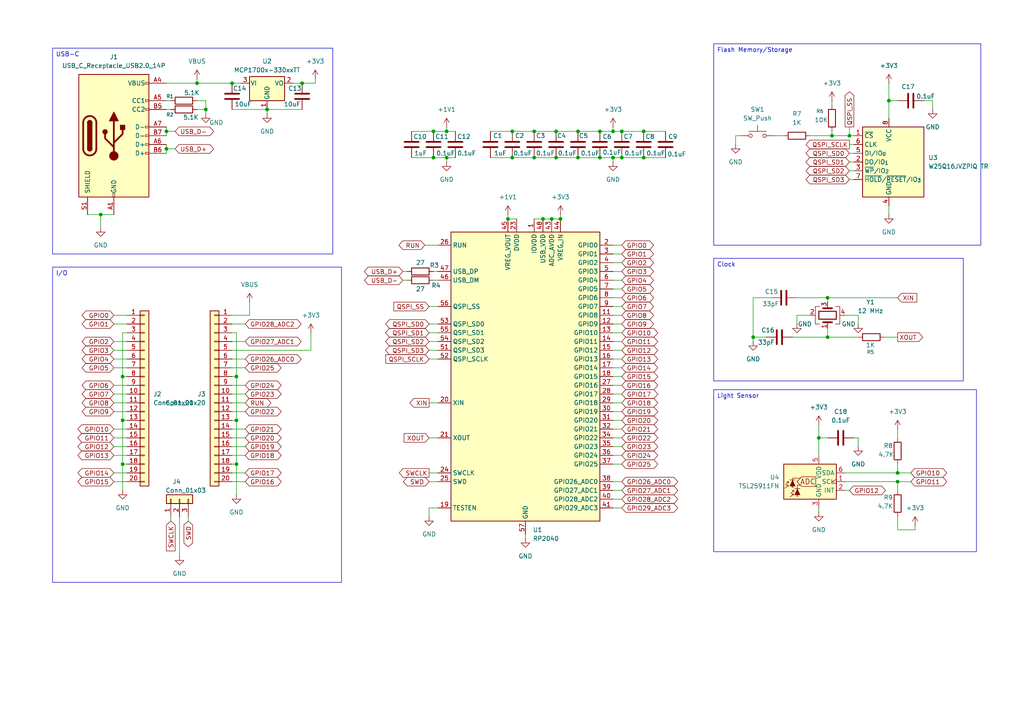
<source format=kicad_sch>
(kicad_sch (version 20250114) (generator "eeschema") (generator_version "9.0")
  (paper "A4")
  (text_box "Clock\n" (at 207.01 74.93 0) (size 72.39 35.56) (margins 0.9525 0.9525 0.9525 0.9525) (effects (font (size 1.27 1.27)) (justify left top)))
  (text_box "Light Sensor\n" (at 207.01 113.03 0) (size 76.2 46.99) (margins 0.9525 0.9525 0.9525 0.9525) (effects (font (size 1.27 1.27)) (justify left top)))
  (text_box "USB-C" (at 15.24 13.97 0) (size 81.28 59.69) (margins 0.9525 0.9525 0.9525 0.9525) (effects (font (size 1.27 1.27)) (justify left top)))
  (text_box "I/O\n" (at 15.24 77.47 0) (size 83.82 91.44) (margins 0.9525 0.9525 0.9525 0.9525) (effects (font (size 1.27 1.27)) (justify left top)))
  (text_box "Flash Memory/Storage" (at 207.01 12.7 0) (size 77.47 58.42) (margins 0.9525 0.9525 0.9525 0.9525) (effects (font (size 1.27 1.27)) (justify left top)))
  (junction (at 35.56 134.62))
  (junction (at 161.29 38.1))
  (junction (at 257.81 29.21))
  (junction (at 29.21 62.23))
  (junction (at 129.54 45.72))
  (junction (at 57.15 24.13))
  (junction (at 167.64 38.1))
  (junction (at 148.59 38.1))
  (junction (at 186.69 38.1))
  (junction (at 260.35 139.7))
  (junction (at 67.31 24.13))
  (junction (at 167.64 45.72))
  (junction (at 162.56 63.5))
  (junction (at 180.34 38.1))
  (junction (at 161.29 45.72))
  (junction (at 240.03 86.36))
  (junction (at 68.58 109.22))
  (junction (at 241.3 39.37))
  (junction (at 180.34 45.72))
  (junction (at 35.56 109.22))
  (junction (at 237.49 127))
  (junction (at 154.94 45.72))
  (junction (at 125.73 38.1))
  (junction (at 68.58 134.62))
  (junction (at 177.8 38.1))
  (junction (at 177.8 45.72))
  (junction (at 68.58 121.92))
  (junction (at 218.44 97.79))
  (junction (at 173.99 45.72))
  (junction (at 59.69 31.75))
  (junction (at 125.73 45.72))
  (junction (at 160.02 63.5))
  (junction (at 148.59 45.72))
  (junction (at 48.26 38.1))
  (junction (at 157.48 63.5))
  (junction (at 48.26 43.18))
  (junction (at 173.99 38.1))
  (junction (at 260.35 137.16))
  (junction (at 246.38 39.37))
  (junction (at 147.32 63.5))
  (junction (at 154.94 38.1))
  (junction (at 129.54 38.1))
  (junction (at 35.56 121.92))
  (junction (at 87.63 24.13))
  (junction (at 240.03 97.79))
  (junction (at 77.47 31.75))
  (junction (at 186.69 45.72))
  (wire (pts (xy 257.81 24.13) (xy 257.81 29.21)))
  (wire (pts (xy 177.8 91.44) (xy 180.34 91.44)))
  (wire (pts (xy 177.8 76.2) (xy 180.34 76.2)))
  (wire (pts (xy 246.38 39.37) (xy 247.65 39.37)))
  (wire (pts (xy 33.02 111.76) (xy 36.83 111.76)))
  (wire (pts (xy 67.31 124.46) (xy 71.12 124.46)))
  (wire (pts (xy 59.69 29.21) (xy 59.69 31.75)))
  (wire (pts (xy 33.02 129.54) (xy 36.83 129.54)))
  (wire (pts (xy 147.32 63.5) (xy 149.86 63.5)))
  (wire (pts (xy 77.47 31.75) (xy 87.63 31.75)))
  (wire (pts (xy 177.8 114.3) (xy 180.34 114.3)))
  (wire (pts (xy 48.26 38.1) (xy 50.8 38.1)))
  (wire (pts (xy 267.97 29.21) (xy 270.51 29.21)))
  (wire (pts (xy 257.81 59.69) (xy 257.81 62.23)))
  (wire (pts (xy 213.36 39.37) (xy 213.36 41.91)))
  (wire (pts (xy 148.59 45.72) (xy 154.94 45.72)))
  (wire (pts (xy 91.44 22.86) (xy 91.44 24.13)))
  (wire (pts (xy 237.49 127) (xy 240.03 127)))
  (wire (pts (xy 245.11 91.44) (xy 248.92 91.44)))
  (wire (pts (xy 177.8 106.68) (xy 180.34 106.68)))
  (wire (pts (xy 270.51 29.21) (xy 270.51 31.75)))
  (wire (pts (xy 218.44 86.36) (xy 223.52 86.36)))
  (wire (pts (xy 123.19 71.12) (xy 127 71.12)))
  (wire (pts (xy 67.31 121.92) (xy 68.58 121.92)))
  (wire (pts (xy 213.36 39.37) (xy 214.63 39.37)))
  (wire (pts (xy 177.8 96.52) (xy 180.34 96.52)))
  (wire (pts (xy 177.8 45.72) (xy 180.34 45.72)))
  (wire (pts (xy 36.83 109.22) (xy 35.56 109.22)))
  (wire (pts (xy 246.38 46.99) (xy 247.65 46.99)))
  (wire (pts (xy 154.94 38.1) (xy 161.29 38.1)))
  (wire (pts (xy 260.35 124.46) (xy 260.35 127)))
  (wire (pts (xy 36.83 96.52) (xy 35.56 96.52)))
  (wire (pts (xy 57.15 22.86) (xy 57.15 24.13)))
  (wire (pts (xy 257.81 29.21) (xy 257.81 34.29)))
  (wire (pts (xy 124.46 137.16) (xy 127 137.16)))
  (wire (pts (xy 87.63 24.13) (xy 91.44 24.13)))
  (wire (pts (xy 125.73 78.74) (xy 127 78.74)))
  (wire (pts (xy 177.8 142.24) (xy 180.34 142.24)))
  (wire (pts (xy 241.3 39.37) (xy 246.38 39.37)))
  (wire (pts (xy 229.87 97.79) (xy 240.03 97.79)))
  (wire (pts (xy 177.8 111.76) (xy 180.34 111.76)))
  (wire (pts (xy 231.14 86.36) (xy 240.03 86.36)))
  (wire (pts (xy 177.8 104.14) (xy 180.34 104.14)))
  (wire (pts (xy 177.8 127) (xy 180.34 127)))
  (wire (pts (xy 36.83 121.92) (xy 35.56 121.92)))
  (wire (pts (xy 157.48 63.5) (xy 160.02 63.5)))
  (wire (pts (xy 129.54 36.83) (xy 129.54 38.1)))
  (wire (pts (xy 129.54 45.72) (xy 129.54 46.99)))
  (wire (pts (xy 125.73 38.1) (xy 129.54 38.1)))
  (wire (pts (xy 67.31 109.22) (xy 68.58 109.22)))
  (wire (pts (xy 35.56 109.22) (xy 35.56 121.92)))
  (wire (pts (xy 177.8 116.84) (xy 180.34 116.84)))
  (wire (pts (xy 68.58 109.22) (xy 68.58 121.92)))
  (wire (pts (xy 67.31 137.16) (xy 71.12 137.16)))
  (wire (pts (xy 256.54 97.79) (xy 260.35 97.79)))
  (wire (pts (xy 125.73 81.28) (xy 127 81.28)))
  (wire (pts (xy 33.02 137.16) (xy 36.83 137.16)))
  (wire (pts (xy 33.02 124.46) (xy 36.83 124.46)))
  (wire (pts (xy 180.34 38.1) (xy 186.69 38.1)))
  (wire (pts (xy 160.02 63.5) (xy 162.56 63.5)))
  (wire (pts (xy 67.31 96.52) (xy 68.58 96.52)))
  (wire (pts (xy 33.02 99.06) (xy 36.83 99.06)))
  (wire (pts (xy 48.26 38.1) (xy 48.26 39.37)))
  (wire (pts (xy 167.64 45.72) (xy 173.99 45.72)))
  (wire (pts (xy 218.44 86.36) (xy 218.44 97.79)))
  (wire (pts (xy 48.26 29.21) (xy 49.53 29.21)))
  (wire (pts (xy 57.15 29.21) (xy 59.69 29.21)))
  (wire (pts (xy 67.31 99.06) (xy 71.12 99.06)))
  (wire (pts (xy 246.38 142.24) (xy 245.11 142.24)))
  (wire (pts (xy 218.44 97.79) (xy 218.44 99.06)))
  (wire (pts (xy 248.92 127) (xy 248.92 129.54)))
  (wire (pts (xy 119.38 38.1) (xy 125.73 38.1)))
  (wire (pts (xy 77.47 31.75) (xy 77.47 33.02)))
  (wire (pts (xy 67.31 91.44) (xy 72.39 91.44)))
  (wire (pts (xy 67.31 24.13) (xy 69.85 24.13)))
  (wire (pts (xy 116.84 78.74) (xy 118.11 78.74)))
  (wire (pts (xy 59.69 31.75) (xy 59.69 33.02)))
  (wire (pts (xy 177.8 93.98) (xy 180.34 93.98)))
  (wire (pts (xy 177.8 101.6) (xy 180.34 101.6)))
  (wire (pts (xy 142.24 45.72) (xy 148.59 45.72)))
  (wire (pts (xy 48.26 43.18) (xy 48.26 44.45)))
  (wire (pts (xy 246.38 44.45) (xy 247.65 44.45)))
  (wire (pts (xy 246.38 52.07) (xy 247.65 52.07)))
  (wire (pts (xy 246.38 36.83) (xy 246.38 39.37)))
  (wire (pts (xy 234.95 39.37) (xy 241.3 39.37)))
  (wire (pts (xy 177.8 147.32) (xy 180.34 147.32)))
  (wire (pts (xy 124.46 88.9) (xy 127 88.9)))
  (wire (pts (xy 124.46 147.32) (xy 127 147.32)))
  (wire (pts (xy 119.38 45.72) (xy 125.73 45.72)))
  (wire (pts (xy 177.8 134.62) (xy 180.34 134.62)))
  (wire (pts (xy 124.46 104.14) (xy 127 104.14)))
  (wire (pts (xy 67.31 139.7) (xy 71.12 139.7)))
  (wire (pts (xy 248.92 91.44) (xy 248.92 93.98)))
  (wire (pts (xy 180.34 45.72) (xy 186.69 45.72)))
  (wire (pts (xy 177.8 121.92) (xy 180.34 121.92)))
  (wire (pts (xy 240.03 95.25) (xy 240.03 97.79)))
  (wire (pts (xy 240.03 86.36) (xy 260.35 86.36)))
  (wire (pts (xy 260.35 149.86) (xy 260.35 153.67)))
  (wire (pts (xy 57.15 24.13) (xy 67.31 24.13)))
  (wire (pts (xy 177.8 78.74) (xy 180.34 78.74)))
  (wire (pts (xy 36.83 134.62) (xy 35.56 134.62)))
  (wire (pts (xy 231.14 91.44) (xy 234.95 91.44)))
  (wire (pts (xy 124.46 147.32) (xy 124.46 149.86)))
  (wire (pts (xy 116.84 81.28) (xy 118.11 81.28)))
  (wire (pts (xy 257.81 29.21) (xy 260.35 29.21)))
  (wire (pts (xy 25.4 62.23) (xy 29.21 62.23)))
  (wire (pts (xy 177.8 45.72) (xy 177.8 46.99)))
  (wire (pts (xy 67.31 101.6) (xy 90.17 101.6)))
  (wire (pts (xy 52.07 149.86) (xy 52.07 161.29)))
  (wire (pts (xy 67.31 127) (xy 71.12 127)))
  (wire (pts (xy 237.49 123.19) (xy 237.49 127)))
  (wire (pts (xy 260.35 139.7) (xy 260.35 142.24)))
  (wire (pts (xy 124.46 99.06) (xy 127 99.06)))
  (wire (pts (xy 35.56 96.52) (xy 35.56 109.22)))
  (wire (pts (xy 129.54 38.1) (xy 132.08 38.1)))
  (wire (pts (xy 87.63 24.13) (xy 85.09 24.13)))
  (wire (pts (xy 67.31 129.54) (xy 71.12 129.54)))
  (wire (pts (xy 177.8 71.12) (xy 180.34 71.12)))
  (wire (pts (xy 186.69 45.72) (xy 193.04 45.72)))
  (wire (pts (xy 29.21 62.23) (xy 33.02 62.23)))
  (wire (pts (xy 173.99 38.1) (xy 177.8 38.1)))
  (wire (pts (xy 48.26 31.75) (xy 49.53 31.75)))
  (wire (pts (xy 260.35 139.7) (xy 245.11 139.7)))
  (wire (pts (xy 124.46 96.52) (xy 127 96.52)))
  (wire (pts (xy 48.26 41.91) (xy 48.26 43.18)))
  (wire (pts (xy 124.46 116.84) (xy 127 116.84)))
  (wire (pts (xy 67.31 119.38) (xy 71.12 119.38)))
  (wire (pts (xy 124.46 93.98) (xy 127 93.98)))
  (wire (pts (xy 124.46 101.6) (xy 127 101.6)))
  (wire (pts (xy 177.8 124.46) (xy 180.34 124.46)))
  (wire (pts (xy 125.73 45.72) (xy 129.54 45.72)))
  (wire (pts (xy 246.38 41.91) (xy 247.65 41.91)))
  (wire (pts (xy 240.03 86.36) (xy 240.03 87.63)))
  (wire (pts (xy 90.17 96.52) (xy 90.17 101.6)))
  (wire (pts (xy 33.02 91.44) (xy 36.83 91.44)))
  (wire (pts (xy 231.14 91.44) (xy 231.14 93.98)))
  (wire (pts (xy 177.8 129.54) (xy 180.34 129.54)))
  (wire (pts (xy 67.31 31.75) (xy 77.47 31.75)))
  (wire (pts (xy 33.02 127) (xy 36.83 127)))
  (wire (pts (xy 177.8 144.78) (xy 180.34 144.78)))
  (wire (pts (xy 48.26 36.83) (xy 48.26 38.1)))
  (wire (pts (xy 29.21 62.23) (xy 29.21 66.04)))
  (wire (pts (xy 33.02 132.08) (xy 36.83 132.08)))
  (wire (pts (xy 68.58 134.62) (xy 68.58 143.51)))
  (wire (pts (xy 186.69 38.1) (xy 193.04 38.1)))
  (wire (pts (xy 67.31 106.68) (xy 71.12 106.68)))
  (wire (pts (xy 129.54 45.72) (xy 132.08 45.72)))
  (wire (pts (xy 177.8 73.66) (xy 180.34 73.66)))
  (wire (pts (xy 177.8 109.22) (xy 180.34 109.22)))
  (wire (pts (xy 67.31 134.62) (xy 68.58 134.62)))
  (wire (pts (xy 177.8 99.06) (xy 180.34 99.06)))
  (wire (pts (xy 72.39 87.63) (xy 72.39 91.44)))
  (wire (pts (xy 246.38 49.53) (xy 247.65 49.53)))
  (wire (pts (xy 124.46 127) (xy 127 127)))
  (wire (pts (xy 218.44 97.79) (xy 222.25 97.79)))
  (wire (pts (xy 237.49 147.32) (xy 237.49 148.59)))
  (wire (pts (xy 68.58 121.92) (xy 68.58 134.62)))
  (wire (pts (xy 33.02 106.68) (xy 36.83 106.68)))
  (wire (pts (xy 177.8 86.36) (xy 180.34 86.36)))
  (wire (pts (xy 54.61 149.86) (xy 54.61 151.13)))
  (wire (pts (xy 224.79 39.37) (xy 227.33 39.37)))
  (wire (pts (xy 148.59 38.1) (xy 154.94 38.1)))
  (wire (pts (xy 49.53 149.86) (xy 49.53 151.13)))
  (wire (pts (xy 33.02 119.38) (xy 36.83 119.38)))
  (wire (pts (xy 67.31 111.76) (xy 71.12 111.76)))
  (wire (pts (xy 33.02 139.7) (xy 36.83 139.7)))
  (wire (pts (xy 260.35 134.62) (xy 260.35 137.16)))
  (wire (pts (xy 35.56 134.62) (xy 35.56 142.24)))
  (wire (pts (xy 161.29 45.72) (xy 167.64 45.72)))
  (wire (pts (xy 177.8 132.08) (xy 180.34 132.08)))
  (wire (pts (xy 240.03 97.79) (xy 248.92 97.79)))
  (wire (pts (xy 152.4 154.94) (xy 152.4 156.21)))
  (wire (pts (xy 57.15 31.75) (xy 59.69 31.75)))
  (wire (pts (xy 33.02 93.98) (xy 36.83 93.98)))
  (wire (pts (xy 177.8 81.28) (xy 180.34 81.28)))
  (wire (pts (xy 124.46 139.7) (xy 127 139.7)))
  (wire (pts (xy 177.8 83.82) (xy 180.34 83.82)))
  (wire (pts (xy 177.8 36.83) (xy 177.8 38.1)))
  (wire (pts (xy 177.8 38.1) (xy 180.34 38.1)))
  (wire (pts (xy 237.49 127) (xy 237.49 132.08)))
  (wire (pts (xy 154.94 45.72) (xy 161.29 45.72)))
  (wire (pts (xy 67.31 132.08) (xy 71.12 132.08)))
  (wire (pts (xy 67.31 104.14) (xy 71.12 104.14)))
  (wire (pts (xy 241.3 29.21) (xy 241.3 30.48)))
  (wire (pts (xy 48.26 24.13) (xy 57.15 24.13)))
  (wire (pts (xy 177.8 139.7) (xy 180.34 139.7)))
  (wire (pts (xy 260.35 137.16) (xy 245.11 137.16)))
  (wire (pts (xy 264.16 137.16) (xy 260.35 137.16)))
  (wire (pts (xy 162.56 62.23) (xy 162.56 63.5)))
  (wire (pts (xy 161.29 38.1) (xy 167.64 38.1)))
  (wire (pts (xy 147.32 62.23) (xy 147.32 63.5)))
  (wire (pts (xy 68.58 96.52) (xy 68.58 109.22)))
  (wire (pts (xy 247.65 127) (xy 248.92 127)))
  (wire (pts (xy 33.02 104.14) (xy 36.83 104.14)))
  (wire (pts (xy 35.56 121.92) (xy 35.56 134.62)))
  (wire (pts (xy 142.24 38.1) (xy 148.59 38.1)))
  (wire (pts (xy 177.8 119.38) (xy 180.34 119.38)))
  (wire (pts (xy 265.43 152.4) (xy 265.43 153.67)))
  (wire (pts (xy 177.8 88.9) (xy 180.34 88.9)))
  (wire (pts (xy 241.3 38.1) (xy 241.3 39.37)))
  (wire (pts (xy 167.64 38.1) (xy 173.99 38.1)))
  (wire (pts (xy 173.99 45.72) (xy 177.8 45.72)))
  (wire (pts (xy 260.35 153.67) (xy 265.43 153.67)))
  (wire (pts (xy 67.31 114.3) (xy 71.12 114.3)))
  (wire (pts (xy 48.26 43.18) (xy 50.8 43.18)))
  (wire (pts (xy 33.02 101.6) (xy 36.83 101.6)))
  (wire (pts (xy 67.31 116.84) (xy 71.12 116.84)))
  (wire (pts (xy 33.02 116.84) (xy 36.83 116.84)))
  (wire (pts (xy 264.16 139.7) (xy 260.35 139.7)))
  (wire (pts (xy 67.31 93.98) (xy 71.12 93.98)))
  (wire (pts (xy 154.94 63.5) (xy 157.48 63.5)))
  (wire (pts (xy 33.02 114.3) (xy 36.83 114.3)))
  (global_label "GPIO2" (shape bidirectional) (at 180.34 76.2 0) (property "Intersheetrefs" "${INTERSHEET_REFS}" (effects (hide yes))))
  (global_label "GPIO23" (shape bidirectional) (at 71.12 114.3 0) (property "Intersheetrefs" "${INTERSHEET_REFS}" (effects (hide yes))))
  (global_label "QSPI_SD0" (shape bidirectional) (at 124.46 93.98 180) (property "Intersheetrefs" "${INTERSHEET_REFS}" (effects (hide yes))))
  (global_label "SWD" (shape bidirectional) (at 124.46 139.7 180) (property "Intersheetrefs" "${INTERSHEET_REFS}" (effects (hide yes))))
  (global_label "RUN" (shape bidirectional) (at 123.19 71.12 180) (property "Intersheetrefs" "${INTERSHEET_REFS}" (effects (hide yes))))
  (global_label "GPIO10" (shape bidirectional) (at 33.02 124.46 180) (property "Intersheetrefs" "${INTERSHEET_REFS}" (effects (hide yes))))
  (global_label "GPIO17" (shape bidirectional) (at 71.12 137.16 0) (property "Intersheetrefs" "${INTERSHEET_REFS}" (effects (hide yes))))
  (global_label "GPIO10" (shape bidirectional) (at 180.34 96.52 0) (property "Intersheetrefs" "${INTERSHEET_REFS}" (effects (hide yes))))
  (global_label "XOUT" (shape input) (at 124.46 127 180) (property "Intersheetrefs" "${INTERSHEET_REFS}" (effects (hide yes))))
  (global_label "GPIO10" (shape bidirectional) (at 264.16 137.16 0) (property "Intersheetrefs" "${INTERSHEET_REFS}" (effects (hide yes))))
  (global_label "GPIO19" (shape bidirectional) (at 180.34 119.38 0) (property "Intersheetrefs" "${INTERSHEET_REFS}" (effects (hide yes))))
  (global_label "GPIO11" (shape bidirectional) (at 264.16 139.7 0) (property "Intersheetrefs" "${INTERSHEET_REFS}" (effects (hide yes))))
  (global_label "GPIO24" (shape bidirectional) (at 180.34 132.08 0) (property "Intersheetrefs" "${INTERSHEET_REFS}" (effects (hide yes))))
  (global_label "GPIO12" (shape bidirectional) (at 180.34 101.6 0) (property "Intersheetrefs" "${INTERSHEET_REFS}" (effects (hide yes))))
  (global_label "GPIO26_ADC0" (shape bidirectional) (at 180.34 139.7 0) (property "Intersheetrefs" "${INTERSHEET_REFS}" (effects (hide yes))))
  (global_label "QSPI_SCLK" (shape input) (at 124.46 104.14 180) (property "Intersheetrefs" "${INTERSHEET_REFS}" (effects (hide yes))))
  (global_label "GPIO20" (shape bidirectional) (at 180.34 121.92 0) (property "Intersheetrefs" "${INTERSHEET_REFS}" (effects (hide yes))))
  (global_label "QSPI_SD3" (shape bidirectional) (at 246.38 52.07 180) (property "Intersheetrefs" "${INTERSHEET_REFS}" (effects (hide yes))))
  (global_label "GPIO4" (shape bidirectional) (at 180.34 81.28 0) (property "Intersheetrefs" "${INTERSHEET_REFS}" (effects (hide yes))))
  (global_label "QSPI_SD0" (shape bidirectional) (at 246.38 44.45 180) (property "Intersheetrefs" "${INTERSHEET_REFS}" (effects (hide yes))))
  (global_label "GPIO16" (shape bidirectional) (at 71.12 139.7 0) (property "Intersheetrefs" "${INTERSHEET_REFS}" (effects (hide yes))))
  (global_label "SWD" (shape bidirectional) (at 54.61 151.13 270) (property "Intersheetrefs" "${INTERSHEET_REFS}" (effects (hide yes))))
  (global_label "GPIO2" (shape bidirectional) (at 33.02 99.06 180) (property "Intersheetrefs" "${INTERSHEET_REFS}" (effects (hide yes))))
  (global_label "QSPI_SD3" (shape bidirectional) (at 124.46 101.6 180) (property "Intersheetrefs" "${INTERSHEET_REFS}" (effects (hide yes))))
  (global_label "GPIO3" (shape bidirectional) (at 33.02 101.6 180) (property "Intersheetrefs" "${INTERSHEET_REFS}" (effects (hide yes))))
  (global_label "GPIO14" (shape bidirectional) (at 33.02 137.16 180) (property "Intersheetrefs" "${INTERSHEET_REFS}" (effects (hide yes))))
  (global_label "GPIO20" (shape bidirectional) (at 71.12 127 0) (property "Intersheetrefs" "${INTERSHEET_REFS}" (effects (hide yes))))
  (global_label "SWCLK" (shape input) (at 49.53 151.13 270) (property "Intersheetrefs" "${INTERSHEET_REFS}" (effects (hide yes))))
  (global_label "QSPI_SS" (shape input) (at 124.46 88.9 180) (property "Intersheetrefs" "${INTERSHEET_REFS}" (effects (hide yes))))
  (global_label "USB_D+" (shape bidirectional) (at 50.8 43.18 0) (property "Intersheetrefs" "${INTERSHEET_REFS}" (effects (hide yes))))
  (global_label "GPIO28_ADC2" (shape bidirectional) (at 71.12 93.98 0) (property "Intersheetrefs" "${INTERSHEET_REFS}" (effects (hide yes))))
  (global_label "GPIO9" (shape bidirectional) (at 33.02 119.38 180) (property "Intersheetrefs" "${INTERSHEET_REFS}" (effects (hide yes))))
  (global_label "GPIO23" (shape bidirectional) (at 180.34 129.54 0) (property "Intersheetrefs" "${INTERSHEET_REFS}" (effects (hide yes))))
  (global_label "GPIO25" (shape bidirectional) (at 180.34 134.62 0) (property "Intersheetrefs" "${INTERSHEET_REFS}" (effects (hide yes))))
  (global_label "QSPI_SD1" (shape bidirectional) (at 246.38 46.99 180) (property "Intersheetrefs" "${INTERSHEET_REFS}" (effects (hide yes))))
  (global_label "GPIO1" (shape bidirectional) (at 180.34 73.66 0) (property "Intersheetrefs" "${INTERSHEET_REFS}" (effects (hide yes))))
  (global_label "XOUT" (shape output) (at 260.35 97.79 0) (property "Intersheetrefs" "${INTERSHEET_REFS}" (effects (hide yes))))
  (global_label "QSPI_SD2" (shape bidirectional) (at 124.46 99.06 180) (property "Intersheetrefs" "${INTERSHEET_REFS}" (effects (hide yes))))
  (global_label "GPIO7" (shape bidirectional) (at 33.02 114.3 180) (property "Intersheetrefs" "${INTERSHEET_REFS}" (effects (hide yes))))
  (global_label "GPIO27_ADC1" (shape bidirectional) (at 71.12 99.06 0) (property "Intersheetrefs" "${INTERSHEET_REFS}" (effects (hide yes))))
  (global_label "GPIO8" (shape bidirectional) (at 33.02 116.84 180) (property "Intersheetrefs" "${INTERSHEET_REFS}" (effects (hide yes))))
  (global_label "GPIO27_ADC1" (shape bidirectional) (at 180.34 142.24 0) (property "Intersheetrefs" "${INTERSHEET_REFS}" (effects (hide yes))))
  (global_label "GPIO6" (shape bidirectional) (at 33.02 111.76 180) (property "Intersheetrefs" "${INTERSHEET_REFS}" (effects (hide yes))))
  (global_label "GPIO17" (shape bidirectional) (at 180.34 114.3 0) (property "Intersheetrefs" "${INTERSHEET_REFS}" (effects (hide yes))))
  (global_label "GPIO18" (shape bidirectional) (at 180.34 116.84 0) (property "Intersheetrefs" "${INTERSHEET_REFS}" (effects (hide yes))))
  (global_label "GPIO7" (shape bidirectional) (at 180.34 88.9 0) (property "Intersheetrefs" "${INTERSHEET_REFS}" (effects (hide yes))))
  (global_label "GPIO21" (shape bidirectional) (at 71.12 124.46 0) (property "Intersheetrefs" "${INTERSHEET_REFS}" (effects (hide yes))))
  (global_label "USB_D-" (shape bidirectional) (at 116.84 81.28 180) (property "Intersheetrefs" "${INTERSHEET_REFS}" (effects (hide yes))))
  (global_label "GPIO11" (shape bidirectional) (at 180.34 99.06 0) (property "Intersheetrefs" "${INTERSHEET_REFS}" (effects (hide yes))))
  (global_label "GPIO9" (shape bidirectional) (at 180.34 93.98 0) (property "Intersheetrefs" "${INTERSHEET_REFS}" (effects (hide yes))))
  (global_label "GPIO0" (shape bidirectional) (at 180.34 71.12 0) (property "Intersheetrefs" "${INTERSHEET_REFS}" (effects (hide yes))))
  (global_label "GPIO22" (shape bidirectional) (at 180.34 127 0) (property "Intersheetrefs" "${INTERSHEET_REFS}" (effects (hide yes))))
  (global_label "USB_D+" (shape bidirectional) (at 116.84 78.74 180) (property "Intersheetrefs" "${INTERSHEET_REFS}" (effects (hide yes))))
  (global_label "GPIO6" (shape bidirectional) (at 180.34 86.36 0) (property "Intersheetrefs" "${INTERSHEET_REFS}" (effects (hide yes))))
  (global_label "GPIO15" (shape bidirectional) (at 33.02 139.7 180) (property "Intersheetrefs" "${INTERSHEET_REFS}" (effects (hide yes))))
  (global_label "GPIO15" (shape bidirectional) (at 180.34 109.22 0) (property "Intersheetrefs" "${INTERSHEET_REFS}" (effects (hide yes))))
  (global_label "GPIO18" (shape bidirectional) (at 71.12 132.08 0) (property "Intersheetrefs" "${INTERSHEET_REFS}" (effects (hide yes))))
  (global_label "GPIO8" (shape bidirectional) (at 180.34 91.44 0) (property "Intersheetrefs" "${INTERSHEET_REFS}" (effects (hide yes))))
  (global_label "GPIO28_ADC2" (shape bidirectional) (at 180.34 144.78 0) (property "Intersheetrefs" "${INTERSHEET_REFS}" (effects (hide yes))))
  (global_label "SWCLK" (shape output) (at 124.46 137.16 180) (property "Intersheetrefs" "${INTERSHEET_REFS}" (effects (hide yes))))
  (global_label "XIN" (shape input) (at 260.35 86.36 0) (property "Intersheetrefs" "${INTERSHEET_REFS}" (effects (hide yes))))
  (global_label "GPIO11" (shape bidirectional) (at 33.02 127 180) (property "Intersheetrefs" "${INTERSHEET_REFS}" (effects (hide yes))))
  (global_label "GPIO22" (shape bidirectional) (at 71.12 119.38 0) (property "Intersheetrefs" "${INTERSHEET_REFS}" (effects (hide yes))))
  (global_label "GPIO3" (shape bidirectional) (at 180.34 78.74 0) (property "Intersheetrefs" "${INTERSHEET_REFS}" (effects (hide yes))))
  (global_label "GPIO5" (shape bidirectional) (at 180.34 83.82 0) (property "Intersheetrefs" "${INTERSHEET_REFS}" (effects (hide yes))))
  (global_label "XIN" (shape output) (at 124.46 116.84 180) (property "Intersheetrefs" "${INTERSHEET_REFS}" (effects (hide yes))))
  (global_label "GPIO25" (shape bidirectional) (at 71.12 106.68 0) (property "Intersheetrefs" "${INTERSHEET_REFS}" (effects (hide yes))))
  (global_label "GPIO12" (shape bidirectional) (at 246.38 142.24 0) (property "Intersheetrefs" "${INTERSHEET_REFS}" (effects (hide yes))))
  (global_label "GPIO12" (shape bidirectional) (at 33.02 129.54 180) (property "Intersheetrefs" "${INTERSHEET_REFS}" (effects (hide yes))))
  (global_label "USB_D-" (shape bidirectional) (at 50.8 38.1 0) (property "Intersheetrefs" "${INTERSHEET_REFS}" (effects (hide yes))))
  (global_label "GPIO5" (shape bidirectional) (at 33.02 106.68 180) (property "Intersheetrefs" "${INTERSHEET_REFS}" (effects (hide yes))))
  (global_label "GPIO24" (shape bidirectional) (at 71.12 111.76 0) (property "Intersheetrefs" "${INTERSHEET_REFS}" (effects (hide yes))))
  (global_label "GPIO13" (shape bidirectional) (at 180.34 104.14 0) (property "Intersheetrefs" "${INTERSHEET_REFS}" (effects (hide yes))))
  (global_label "GPIO4" (shape bidirectional) (at 33.02 104.14 180) (property "Intersheetrefs" "${INTERSHEET_REFS}" (effects (hide yes))))
  (global_label "GPIO21" (shape bidirectional) (at 180.34 124.46 0) (property "Intersheetrefs" "${INTERSHEET_REFS}" (effects (hide yes))))
  (global_label "GPIO1" (shape bidirectional) (at 33.02 93.98 180) (property "Intersheetrefs" "${INTERSHEET_REFS}" (effects (hide yes))))
  (global_label "GPIO16" (shape bidirectional) (at 180.34 111.76 0) (property "Intersheetrefs" "${INTERSHEET_REFS}" (effects (hide yes))))
  (global_label "GPIO19" (shape bidirectional) (at 71.12 129.54 0) (property "Intersheetrefs" "${INTERSHEET_REFS}" (effects (hide yes))))
  (global_label "QSPI_SD1" (shape bidirectional) (at 124.46 96.52 180) (property "Intersheetrefs" "${INTERSHEET_REFS}" (effects (hide yes))))
  (global_label "GPIO29_ADC3" (shape bidirectional) (at 180.34 147.32 0) (property "Intersheetrefs" "${INTERSHEET_REFS}" (effects (hide yes))))
  (global_label "GPIO0" (shape bidirectional) (at 33.02 91.44 180) (property "Intersheetrefs" "${INTERSHEET_REFS}" (effects (hide yes))))
  (global_label "QSPI_SD2" (shape bidirectional) (at 246.38 49.53 180) (property "Intersheetrefs" "${INTERSHEET_REFS}" (effects (hide yes))))
  (global_label "RUN" (shape bidirectional) (at 71.12 116.84 0) (property "Intersheetrefs" "${INTERSHEET_REFS}" (effects (hide yes))))
  (global_label "QSPI_SCLK" (shape output) (at 246.38 41.91 180) (property "Intersheetrefs" "${INTERSHEET_REFS}" (effects (hide yes))))
  (global_label "GPIO26_ADC0" (shape bidirectional) (at 71.12 104.14 0) (property "Intersheetrefs" "${INTERSHEET_REFS}" (effects (hide yes))))
  (global_label "GPIO14" (shape bidirectional) (at 180.34 106.68 0) (property "Intersheetrefs" "${INTERSHEET_REFS}" (effects (hide yes))))
  (global_label "GPIO13" (shape bidirectional) (at 33.02 132.08 180) (property "Intersheetrefs" "${INTERSHEET_REFS}" (effects (hide yes))))
  (global_label "QSPI_SS" (shape output) (at 246.38 36.83 90) (property "Intersheetrefs" "${INTERSHEET_REFS}" (effects (hide yes))))
  (symbol (lib_id "Connector_Generic:Conn_01x20") (at 41.91 114.3 0) (unit 1)
    (property "Reference" "J2" (at 44.45 114.2999 0) (effects (justify left)))
    (property "Value" "Conn_01x20" (at 44.45 116.8399 0) (effects (justify left)))
    (property "Footprint" "Connector_PinHeader_2.54mm:PinHeader_1x20_P2.54mm_Vertical" (effects (hide yes)))
    (property "Description" "Generic connector, single row, 01x20, script generated (kicad-library-utils/schlib/autogen/connector/)" (effects (hide yes)))
  )
  (symbol (lib_id "Switch:SW_Push") (at 219.71 39.37 0) (unit 1)
    (property "Reference" "SW1" (at 219.71 31.75 0))
    (property "Value" "SW_Push" (at 219.71 34.29 0))
    (property "Footprint" "Button_Switch_SMD:SW_Push_SPST_NO_Alps_SKRK" (effects (hide yes)))
    (property "Description" "Push button switch, generic, two pins" (effects (hide yes)))
  )
  (symbol (lib_id "power:GND") (at 248.92 93.98 0) (unit 1)
    (property "Reference" "#PWR012" (effects (hide yes)))
    (property "Value" "GND" (at 246.126 93.98 0))
    (property "Description" "Power symbol creates a global label with name \"GND\" , ground" (effects (hide yes)))
  )
  (symbol (lib_id "Device:Crystal_GND24") (at 240.03 91.44 90) (unit 1)
    (property "Reference" "Y1" (at 252.476 87.63 90))
    (property "Value" "12 MHz" (at 252.476 90.17 90))
    (property "Footprint" "Crystal:Crystal_SMD_3225-4Pin_3.2x2.5mm" (effects (hide yes)))
    (property "Description" "Four pin crystal, GND on pins 2 and 4" (effects (hide yes)))
  )
  (symbol (lib_id "Device:R") (at 260.35 130.81 0) (unit 1)
    (property "Reference" "R8" (at 256.286 129.286 0) (effects (justify left)))
    (property "Value" "4.7K" (at 254.762 131.826 0) (effects (justify left)))
    (property "Footprint" "Resistor_SMD:R_0402_1005Metric" (effects (hide yes)))
    (property "Description" "Resistor" (effects (hide yes)))
  )
  (symbol (lib_id "MCU_RaspberryPi:RP2040") (at 152.4 109.22 0) (unit 1)
    (property "Reference" "U1" (at 154.5433 153.67 0) (effects (justify left)))
    (property "Value" "RP2040" (at 154.5433 156.21 0) (effects (justify left)))
    (property "Footprint" "Package_DFN_QFN:QFN-56-1EP_7x7mm_P0.4mm_EP3.2x3.2mm" (effects (hide yes)))
    (property "Datasheet" "https://datasheets.raspberrypi.com/rp2040/rp2040-datasheet.pdf" (effects (hide yes)))
    (property "Description" "A microcontroller by Raspberry Pi" (effects (hide yes)))
  )
  (symbol (lib_id "power:+1V1") (at 147.32 62.23 0) (unit 1)
    (property "Reference" "#PWR01" (effects (hide yes)))
    (property "Value" "+1V1" (at 147.32 57.15 0))
    (property "Description" "Power symbol creates a global label with name \"+1V1\"" (effects (hide yes)))
  )
  (symbol (lib_id "Device:C") (at 173.99 41.91 0) (unit 1)
    (property "Reference" "C6" (at 174.752 39.624 0) (effects (justify left)))
    (property "Value" "0.1uF" (at 174.752 44.196 0) (effects (justify left)))
    (property "Footprint" "Capacitor_SMD:C_01005_0402Metric" (effects (hide yes)))
    (property "Description" "Unpolarized capacitor" (effects (hide yes)))
  )
  (symbol (lib_id "power:+3V3") (at 257.81 24.13 0) (unit 1)
    (property "Reference" "#PWR016" (effects (hide yes)))
    (property "Value" "+3V3" (at 257.81 19.05 0))
    (property "Description" "Power symbol creates a global label with name \"+3V3\"" (effects (hide yes)))
  )
  (symbol (lib_id "Device:C") (at 148.59 41.91 0) (unit 1)
    (property "Reference" "C2" (at 149.352 39.37 0) (effects (justify left)))
    (property "Value" "0.1uF" (at 148.844 44.45 0) (effects (justify left)))
    (property "Footprint" "Capacitor_SMD:C_01005_0402Metric" (effects (hide yes)))
    (property "Description" "Unpolarized capacitor" (effects (hide yes)))
  )
  (symbol (lib_id "Sensor_Optical:TSL25911FN") (at 234.95 139.7 0) (unit 1)
    (property "Reference" "U4" (at 226.06 138.4299 0) (effects (justify right)))
    (property "Value" "TSL25911FN" (at 226.06 140.9699 0) (effects (justify right)))
    (property "Footprint" "OptoDevice:AMS_TSL25911FN" (effects (hide yes)))
    (property "Datasheet" "https://ams.com/documents/20143/9331680/TSL2591_DS000338_7-00.pdf" (effects (hide yes)))
    (property "Description" "Light to digital converter, 2.7 to 3.6V Vdd, DFN-6" (effects (hide yes)))
  )
  (symbol (lib_id "power:GND") (at 35.56 142.24 0) (unit 1)
    (property "Reference" "#PWR022" (effects (hide yes)))
    (property "Value" "GND" (at 35.56 147.32 0))
    (property "Description" "Power symbol creates a global label with name \"GND\" , ground" (effects (hide yes)))
  )
  (symbol (lib_id "Device:R") (at 121.92 78.74 90) (unit 1)
    (property "Reference" "R3" (at 125.984 76.962 90))
    (property "Value" "27" (at 121.92 76.2 90))
    (property "Footprint" "Resistor_SMD:R_0402_1005Metric" (effects (hide yes)))
    (property "Description" "Resistor" (effects (hide yes)))
  )
  (symbol (lib_id "power:+3V3") (at 177.8 36.83 0) (unit 1)
    (property "Reference" "#PWR03" (effects (hide yes)))
    (property "Value" "+3V3" (at 177.8 31.75 0))
    (property "Description" "Power symbol creates a global label with name \"+3V3\"" (effects (hide yes)))
  )
  (symbol (lib_id "power:GND") (at 124.46 149.86 0) (unit 1)
    (property "Reference" "#PWR020" (effects (hide yes)))
    (property "Value" "GND" (at 124.46 154.94 0))
    (property "Description" "Power symbol creates a global label with name \"GND\" , ground" (effects (hide yes)))
  )
  (symbol (lib_id "Device:C") (at 142.24 41.91 0) (unit 1)
    (property "Reference" "C1" (at 143.002 39.37 0) (effects (justify left)))
    (property "Value" "1uF" (at 143.256 44.45 0) (effects (justify left)))
    (property "Footprint" "Capacitor_SMD:C_01005_0402Metric" (effects (hide yes)))
    (property "Description" "Unpolarized capacitor" (effects (hide yes)))
  )
  (symbol (lib_id "power:GND") (at 257.81 62.23 0) (unit 1)
    (property "Reference" "#PWR015" (effects (hide yes)))
    (property "Value" "GND" (at 257.81 67.31 0))
    (property "Description" "Power symbol creates a global label with name \"GND\" , ground" (effects (hide yes)))
  )
  (symbol (lib_id "power:GND") (at 270.51 31.75 0) (unit 1)
    (property "Reference" "#PWR017" (effects (hide yes)))
    (property "Value" "GND" (at 270.51 36.83 0))
    (property "Description" "Power symbol creates a global label with name \"GND\" , ground" (effects (hide yes)))
  )
  (symbol (lib_id "Connector:USB_C_Receptacle_USB2.0_14P") (at 33.02 39.37 0) (unit 1)
    (property "Reference" "J1" (at 33.02 16.51 0))
    (property "Value" "USB_C_Receptacle_USB2.0_14P" (at 33.02 19.05 0))
    (property "Footprint" "Connector_USB:USB_C_Receptacle_HRO_TYPE-C-31-M-12" (effects (hide yes)))
    (property "Datasheet" "https://www.usb.org/sites/default/files/documents/usb_type-c.zip" (effects (hide yes)))
    (property "Description" "USB 2.0-only 14P Type-C Receptacle connector" (effects (hide yes)))
  )
  (symbol (lib_id "power:GND") (at 177.8 46.99 0) (unit 1)
    (property "Reference" "#PWR04" (effects (hide yes)))
    (property "Value" "GND" (at 177.8 52.07 0))
    (property "Description" "Power symbol creates a global label with name \"GND\" , ground" (effects (hide yes)))
  )
  (symbol (lib_id "Device:R") (at 252.73 97.79 90) (unit 1)
    (property "Reference" "R5" (at 252.476 102.108 90) (effects (font (size 1.016 1.016))))
    (property "Value" "1K" (at 252.476 100.076 90))
    (property "Footprint" "Resistor_SMD:R_0402_1005Metric" (effects (hide yes)))
    (property "Description" "Resistor" (effects (hide yes)))
  )
  (symbol (lib_id "power:+1V1") (at 129.54 36.83 0) (unit 1)
    (property "Reference" "#PWR05" (effects (hide yes)))
    (property "Value" "+1V1" (at 129.54 31.75 0))
    (property "Description" "Power symbol creates a global label with name \"+1V1\"" (effects (hide yes)))
  )
  (symbol (lib_id "power:GND") (at 213.36 41.91 0) (unit 1)
    (property "Reference" "#PWR019" (effects (hide yes)))
    (property "Value" "GND" (at 213.36 46.99 0))
    (property "Description" "Power symbol creates a global label with name \"GND\" , ground" (effects (hide yes)))
  )
  (symbol (lib_id "Device:C") (at 243.84 127 270) (unit 1)
    (property "Reference" "C18" (at 243.84 119.38 90))
    (property "Value" "0.1uF" (at 243.84 121.92 90))
    (property "Footprint" "Capacitor_SMD:C_01005_0402Metric" (effects (hide yes)))
    (property "Description" "Unpolarized capacitor" (effects (hide yes)))
  )
  (symbol (lib_id "Device:C") (at 154.94 41.91 0) (unit 1)
    (property "Reference" "C3" (at 155.448 39.37 0) (effects (justify left)))
    (property "Value" "0.1uF" (at 155.448 44.45 0) (effects (justify left)))
    (property "Footprint" "Capacitor_SMD:C_01005_0402Metric" (effects (hide yes)))
    (property "Description" "Unpolarized capacitor" (effects (hide yes)))
  )
  (symbol (lib_id "power:GND") (at 77.47 33.02 0) (unit 1)
    (property "Reference" "#PWR09" (effects (hide yes)))
    (property "Value" "GND" (at 77.47 38.1 0))
    (property "Description" "Power symbol creates a global label with name \"GND\" , ground" (effects (hide yes)))
  )
  (symbol (lib_id "power:GND") (at 59.69 33.02 0) (unit 1)
    (property "Reference" "#PWR08" (effects (hide yes)))
    (property "Value" "GND" (at 62.738 35.56 0))
    (property "Description" "Power symbol creates a global label with name \"GND\" , ground" (effects (hide yes)))
  )
  (symbol (lib_id "Device:R") (at 231.14 39.37 90) (unit 1)
    (property "Reference" "R7" (at 231.14 33.02 90))
    (property "Value" "1K" (at 231.14 35.56 90))
    (property "Footprint" "Resistor_SMD:R_0402_1005Metric" (effects (hide yes)))
    (property "Description" "Resistor" (effects (hide yes)))
  )
  (symbol (lib_id "power:GND") (at 129.54 46.99 0) (unit 1)
    (property "Reference" "#PWR06" (effects (hide yes)))
    (property "Value" "GND" (at 129.54 52.07 0))
    (property "Description" "Power symbol creates a global label with name \"GND\" , ground" (effects (hide yes)))
  )
  (symbol (lib_id "power:GND") (at 29.21 66.04 0) (unit 1)
    (property "Reference" "#PWR07" (effects (hide yes)))
    (property "Value" "GND" (at 29.21 71.12 0))
    (property "Description" "Power symbol creates a global label with name \"GND\" , ground" (effects (hide yes)))
  )
  (symbol (lib_id "Device:C") (at 227.33 86.36 90) (unit 1)
    (property "Reference" "C15" (at 223.774 84.582 90))
    (property "Value" "33pF" (at 223.52 88.138 90))
    (property "Footprint" "Capacitor_SMD:C_01005_0402Metric" (effects (hide yes)))
    (property "Description" "Unpolarized capacitor" (effects (hide yes)))
  )
  (symbol (lib_id "Device:C") (at 264.16 29.21 90) (unit 1)
    (property "Reference" "C17" (at 263.398 25.146 90))
    (property "Value" "0.1uF" (at 268.478 27.94 90))
    (property "Footprint" "Capacitor_SMD:C_01005_0402Metric" (effects (hide yes)))
    (property "Description" "Unpolarized capacitor" (effects (hide yes)))
  )
  (symbol (lib_id "Device:R") (at 260.35 146.05 0) (unit 1)
    (property "Reference" "R9" (at 256.286 144.272 0) (effects (justify left)))
    (property "Value" "4.7K" (at 254.508 146.812 0) (effects (justify left)))
    (property "Footprint" "Resistor_SMD:R_0402_1005Metric" (effects (hide yes)))
    (property "Description" "Resistor" (effects (hide yes)))
  )
  (symbol (lib_id "power:VBUS") (at 57.15 22.86 0) (unit 1)
    (property "Reference" "#PWR010" (effects (hide yes)))
    (property "Value" "VBUS" (at 57.15 17.78 0))
    (property "Description" "Power symbol creates a global label with name \"VBUS\"" (effects (hide yes)))
  )
  (symbol (lib_id "power:+3V3") (at 260.35 124.46 0) (unit 1)
    (property "Reference" "#PWR028" (effects (hide yes)))
    (property "Value" "+3V3" (at 260.35 119.38 0))
    (property "Description" "Power symbol creates a global label with name \"+3V3\"" (effects (hide yes)))
  )
  (symbol (lib_id "Device:C") (at 193.04 41.91 0) (unit 1)
    (property "Reference" "C9" (at 193.802 39.624 0) (effects (justify left)))
    (property "Value" "0.1uF" (at 193.548 44.704 0) (effects (justify left)))
    (property "Footprint" "Capacitor_SMD:C_01005_0402Metric" (effects (hide yes)))
    (property "Description" "Unpolarized capacitor" (effects (hide yes)))
  )
  (symbol (lib_id "Device:C") (at 87.63 27.94 0) (unit 1)
    (property "Reference" "C13" (at 83.566 25.654 0) (effects (justify left)))
    (property "Value" "10uF" (at 82.296 30.226 0) (effects (justify left)))
    (property "Footprint" "Capacitor_SMD:C_0603_1608Metric" (effects (hide yes)))
    (property "Description" "Unpolarized capacitor" (effects (hide yes)))
  )
  (symbol (lib_id "power:+3V3") (at 90.17 96.52 0) (unit 1)
    (property "Reference" "#PWR032" (effects (hide yes)))
    (property "Value" "+3V3" (at 90.17 91.44 0))
    (property "Description" "Power symbol creates a global label with name \"+3V3\"" (effects (hide yes)))
  )
  (symbol (lib_id "Device:C") (at 167.64 41.91 0) (unit 1)
    (property "Reference" "C5" (at 167.894 39.37 0) (effects (justify left)))
    (property "Value" "0.1uF" (at 168.402 44.45 0) (effects (justify left)))
    (property "Footprint" "Capacitor_SMD:C_01005_0402Metric" (effects (hide yes)))
    (property "Description" "Unpolarized capacitor" (effects (hide yes)))
  )
  (symbol (lib_id "Connector_Generic:Conn_01x03") (at 52.07 144.78 90) (unit 1)
    (property "Reference" "J4" (at 50.038 139.7 90) (effects (justify right)))
    (property "Value" "Conn_01x03" (at 48.006 142.24 90) (effects (justify right)))
    (property "Footprint" "Connector_PinHeader_2.54mm:PinHeader_1x03_P2.54mm_Vertical" (effects (hide yes)))
    (property "Description" "Generic connector, single row, 01x03, script generated (kicad-library-utils/schlib/autogen/connector/)" (effects (hide yes)))
  )
  (symbol (lib_id "power:+3V3") (at 241.3 29.21 0) (unit 1)
    (property "Reference" "#PWR018" (effects (hide yes)))
    (property "Value" "+3V3" (at 241.3 24.13 0))
    (property "Description" "Power symbol creates a global label with name \"+3V3\"" (effects (hide yes)))
  )
  (symbol (lib_id "Connector_Generic:Conn_01x20") (at 62.23 114.3 0) (mirror y) (unit 1)
    (property "Reference" "J3" (at 59.69 114.2999 0) (effects (justify left)))
    (property "Value" "Conn_01x20" (at 59.69 116.8399 0) (effects (justify left)))
    (property "Footprint" "Connector_PinHeader_2.54mm:PinHeader_1x20_P2.54mm_Vertical" (effects (hide yes)))
    (property "Description" "Generic connector, single row, 01x20, script generated (kicad-library-utils/schlib/autogen/connector/)" (effects (hide yes)))
  )
  (symbol (lib_id "power:GND") (at 237.49 148.59 0) (unit 1)
    (property "Reference" "#PWR024" (effects (hide yes)))
    (property "Value" "GND" (at 237.49 153.67 0))
    (property "Description" "Power symbol creates a global label with name \"GND\" , ground" (effects (hide yes)))
  )
  (symbol (lib_id "power:GND") (at 52.07 161.29 0) (unit 1)
    (property "Reference" "#PWR031" (effects (hide yes)))
    (property "Value" "GND" (at 52.07 166.37 0))
    (property "Description" "Power symbol creates a global label with name \"GND\" , ground" (effects (hide yes)))
  )
  (symbol (lib_id "Device:R") (at 53.34 31.75 90) (unit 1)
    (property "Reference" "R2" (at 49.276 33.274 90) (effects (font (size 1.016 1.016))))
    (property "Value" "5.1K" (at 55.372 34.036 90))
    (property "Footprint" "Resistor_SMD:R_0402_1005Metric" (effects (hide yes)))
    (property "Description" "Resistor" (effects (hide yes)))
  )
  (symbol (lib_id "power:+3V3") (at 91.44 22.86 0) (unit 1)
    (property "Reference" "#PWR011" (effects (hide yes)))
    (property "Value" "+3V3" (at 91.44 17.78 0))
    (property "Description" "Power symbol creates a global label with name \"+3V3\"" (effects (hide yes)))
  )
  (symbol (lib_id "Device:C") (at 67.31 27.94 0) (unit 1)
    (property "Reference" "C14" (at 67.564 25.654 0) (effects (justify left)))
    (property "Value" "10uF" (at 68.072 30.226 0) (effects (justify left)))
    (property "Footprint" "Capacitor_SMD:C_0603_1608Metric" (effects (hide yes)))
    (property "Description" "Unpolarized capacitor" (effects (hide yes)))
  )
  (symbol (lib_id "power:+3V3") (at 237.49 123.19 0) (unit 1)
    (property "Reference" "#PWR025" (effects (hide yes)))
    (property "Value" "+3V3" (at 237.49 118.11 0))
    (property "Description" "Power symbol creates a global label with name \"+3V3\"" (effects (hide yes)))
  )
  (symbol (lib_id "power:+3V3") (at 162.56 62.23 0) (unit 1)
    (property "Reference" "#PWR02" (effects (hide yes)))
    (property "Value" "+3V3" (at 162.56 57.15 0))
    (property "Description" "Power symbol creates a global label with name \"+3V3\"" (effects (hide yes)))
  )
  (symbol (lib_id "Memory_Flash:W25Q128JVS") (at 257.81 46.99 0) (unit 1)
    (property "Reference" "U3" (at 269.24 45.7199 0) (effects (justify left)))
    (property "Value" "W25Q16JVZPIQ TR" (at 269.24 48.2599 0) (effects (justify left)))
    (property "Footprint" "W25Q16JVUXIQ_TR:IC_W25Q16JVUXIQ_TR" (effects (hide yes)))
    (property "Datasheet" "https://www.winbond.com/resource-files/w25q128jv_dtr%20revc%2003272018%20plus.pdf" (effects (hide yes)))
    (property "Description" "128Mbit / 16MiB Serial Flash Memory, Standard/Dual/Quad SPI, 2.7-3.6V, SOIC-8" (effects (hide yes)))
  )
  (symbol (lib_id "Device:R") (at 121.92 81.28 90) (unit 1)
    (property "Reference" "R4" (at 126.492 82.804 90))
    (property "Value" "27" (at 121.92 83.82 90))
    (property "Footprint" "Resistor_SMD:R_0402_1005Metric" (effects (hide yes)))
    (property "Description" "Resistor" (effects (hide yes)))
  )
  (symbol (lib_id "power:GND") (at 231.14 93.98 0) (unit 1)
    (property "Reference" "#PWR014" (effects (hide yes)))
    (property "Value" "GND" (at 233.426 93.98 0))
    (property "Description" "Power symbol creates a global label with name \"GND\" , ground" (effects (hide yes)))
  )
  (symbol (lib_id "Device:C") (at 132.08 41.91 0) (unit 1)
    (property "Reference" "C12" (at 132.588 39.624 0) (effects (justify left)))
    (property "Value" "0.1uF" (at 132.588 44.45 0) (effects (justify left)))
    (property "Footprint" "Capacitor_SMD:C_01005_0402Metric" (effects (hide yes)))
    (property "Description" "Unpolarized capacitor" (effects (hide yes)))
  )
  (symbol (lib_id "power:GND") (at 218.44 99.06 0) (unit 1)
    (property "Reference" "#PWR013" (effects (hide yes)))
    (property "Value" "GND" (at 218.44 104.14 0))
    (property "Description" "Power symbol creates a global label with name \"GND\" , ground" (effects (hide yes)))
  )
  (symbol (lib_id "Device:C") (at 119.38 41.91 0) (unit 1)
    (property "Reference" "C10" (at 119.888 39.624 0) (effects (justify left)))
    (property "Value" "1uF" (at 120.142 44.45 0) (effects (justify left)))
    (property "Footprint" "Capacitor_SMD:C_01005_0402Metric" (effects (hide yes)))
    (property "Description" "Unpolarized capacitor" (effects (hide yes)))
  )
  (symbol (lib_id "Device:C") (at 161.29 41.91 0) (unit 1)
    (property "Reference" "C4" (at 161.544 39.37 0) (effects (justify left)))
    (property "Value" "0.1uF" (at 161.798 44.45 0) (effects (justify left)))
    (property "Footprint" "Capacitor_SMD:C_01005_0402Metric" (effects (hide yes)))
    (property "Description" "Unpolarized capacitor" (effects (hide yes)))
  )
  (symbol (lib_id "Device:C") (at 226.06 97.79 90) (unit 1)
    (property "Reference" "C16" (at 222.758 95.758 90))
    (property "Value" "33pF" (at 222.25 99.314 90))
    (property "Footprint" "Capacitor_SMD:C_01005_0402Metric" (effects (hide yes)))
    (property "Description" "Unpolarized capacitor" (effects (hide yes)))
  )
  (symbol (lib_id "Device:C") (at 125.73 41.91 0) (unit 1)
    (property "Reference" "C11" (at 126.238 39.624 0) (effects (justify left)))
    (property "Value" "0.1uF" (at 126.492 44.45 0) (effects (justify left)))
    (property "Footprint" "Capacitor_SMD:C_01005_0402Metric" (effects (hide yes)))
    (property "Description" "Unpolarized capacitor" (effects (hide yes)))
  )
  (symbol (lib_id "Device:C") (at 186.69 41.91 0) (unit 1)
    (property "Reference" "C8" (at 187.198 39.624 0) (effects (justify left)))
    (property "Value" "0.1uF" (at 187.452 44.45 0) (effects (justify left)))
    (property "Footprint" "Capacitor_SMD:C_01005_0402Metric" (effects (hide yes)))
    (property "Description" "Unpolarized capacitor" (effects (hide yes)))
  )
  (symbol (lib_id "Device:R") (at 241.3 34.29 0) (unit 1)
    (property "Reference" "R6" (at 236.728 32.258 0) (effects (font (size 1.016 1.016)) (justify left)))
    (property "Value" "10K" (at 236.22 34.798 0) (effects (justify left)))
    (property "Footprint" "Resistor_SMD:R_0402_1005Metric" (effects (hide yes)))
    (property "Description" "Resistor" (effects (hide yes)))
  )
  (symbol (lib_id "power:GND") (at 248.92 129.54 0) (unit 1)
    (property "Reference" "#PWR027" (effects (hide yes)))
    (property "Value" "GND" (at 248.92 134.62 0))
    (property "Description" "Power symbol creates a global label with name \"GND\" , ground" (effects (hide yes)))
  )
  (symbol (lib_id "power:+3V3") (at 265.43 152.4 0) (unit 1)
    (property "Reference" "#PWR029" (effects (hide yes)))
    (property "Value" "+3V3" (at 265.43 147.32 0))
    (property "Description" "Power symbol creates a global label with name \"+3V3\"" (effects (hide yes)))
  )
  (symbol (lib_id "Device:R") (at 53.34 29.21 90) (unit 1)
    (property "Reference" "R1" (at 49.276 27.94 90) (effects (font (size 1.016 1.016))))
    (property "Value" "5.1K" (at 55.626 26.924 90))
    (property "Footprint" "Resistor_SMD:R_0402_1005Metric" (effects (hide yes)))
    (property "Description" "Resistor" (effects (hide yes)))
  )
  (symbol (lib_id "power:GND") (at 68.58 143.51 0) (unit 1)
    (property "Reference" "#PWR023" (effects (hide yes)))
    (property "Value" "GND" (at 68.58 148.59 0))
    (property "Description" "Power symbol creates a global label with name \"GND\" , ground" (effects (hide yes)))
  )
  (symbol (lib_id "Regulator_Linear:MCP1700x-330xxTT") (at 77.47 24.13 0) (unit 1)
    (property "Reference" "U2" (at 77.47 17.78 0))
    (property "Value" "MCP1700x-330xxTT" (at 77.47 20.32 0))
    (property "Footprint" "Package_TO_SOT_SMD:SOT-23" (effects (hide yes)))
    (property "Datasheet" "http://ww1.microchip.com/downloads/en/DeviceDoc/20001826D.pdf" (effects (hide yes)))
    (property "Description" "250mA Low Quiscent Current LDO, 3.3V output, SOT-23" (effects (hide yes)))
  )
  (symbol (lib_id "power:VBUS") (at 72.39 87.63 0) (unit 1)
    (property "Reference" "#PWR026" (effects (hide yes)))
    (property "Value" "VBUS" (at 72.39 82.55 0))
    (property "Description" "Power symbol creates a global label with name \"VBUS\"" (effects (hide yes)))
  )
  (symbol (lib_id "Device:C") (at 180.34 41.91 0) (unit 1)
    (property "Reference" "C7" (at 180.848 39.624 0) (effects (justify left)))
    (property "Value" "0.1uF" (at 181.102 44.45 0) (effects (justify left)))
    (property "Footprint" "Capacitor_SMD:C_01005_0402Metric" (effects (hide yes)))
    (property "Description" "Unpolarized capacitor" (effects (hide yes)))
  )
  (symbol (lib_id "power:GND") (at 152.4 156.21 0) (unit 1)
    (property "Reference" "#PWR021" (effects (hide yes)))
    (property "Value" "GND" (at 152.4 161.29 0))
    (property "Description" "Power symbol creates a global label with name \"GND\" , ground" (effects (hide yes)))
  )
)
</source>
